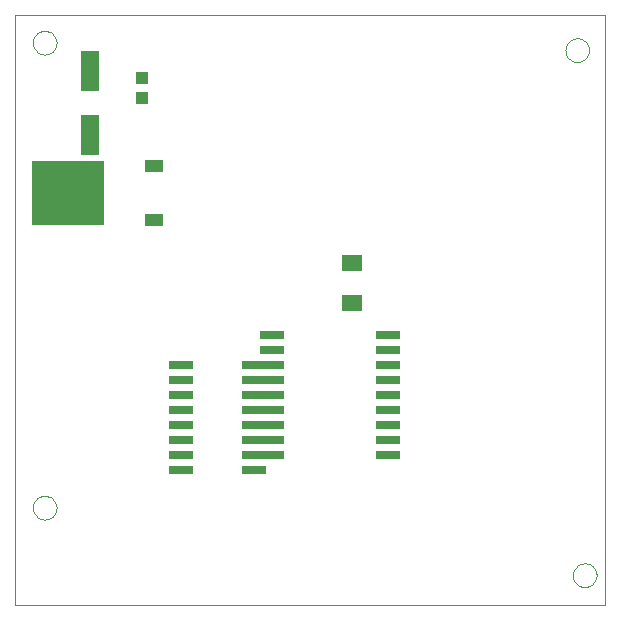
<source format=gbp>
G75*
%MOIN*%
%OFA0B0*%
%FSLAX24Y24*%
%IPPOS*%
%LPD*%
%AMOC8*
5,1,8,0,0,1.08239X$1,22.5*
%
%ADD10C,0.0000*%
%ADD11R,0.2441X0.2126*%
%ADD12R,0.0630X0.0394*%
%ADD13R,0.0630X0.1378*%
%ADD14R,0.0394X0.0433*%
%ADD15R,0.0800X0.0260*%
%ADD16R,0.0709X0.0551*%
D10*
X001100Y000333D02*
X001100Y020018D01*
X020785Y020018D01*
X020785Y000333D01*
X001100Y000333D01*
X001706Y003583D02*
X001708Y003622D01*
X001714Y003661D01*
X001724Y003699D01*
X001737Y003736D01*
X001754Y003771D01*
X001774Y003805D01*
X001798Y003836D01*
X001825Y003865D01*
X001854Y003891D01*
X001886Y003914D01*
X001920Y003934D01*
X001956Y003950D01*
X001993Y003962D01*
X002032Y003971D01*
X002071Y003976D01*
X002110Y003977D01*
X002149Y003974D01*
X002188Y003967D01*
X002225Y003956D01*
X002262Y003942D01*
X002297Y003924D01*
X002330Y003903D01*
X002361Y003878D01*
X002389Y003851D01*
X002414Y003821D01*
X002436Y003788D01*
X002455Y003754D01*
X002470Y003718D01*
X002482Y003680D01*
X002490Y003642D01*
X002494Y003603D01*
X002494Y003563D01*
X002490Y003524D01*
X002482Y003486D01*
X002470Y003448D01*
X002455Y003412D01*
X002436Y003378D01*
X002414Y003345D01*
X002389Y003315D01*
X002361Y003288D01*
X002330Y003263D01*
X002297Y003242D01*
X002262Y003224D01*
X002225Y003210D01*
X002188Y003199D01*
X002149Y003192D01*
X002110Y003189D01*
X002071Y003190D01*
X002032Y003195D01*
X001993Y003204D01*
X001956Y003216D01*
X001920Y003232D01*
X001886Y003252D01*
X001854Y003275D01*
X001825Y003301D01*
X001798Y003330D01*
X001774Y003361D01*
X001754Y003395D01*
X001737Y003430D01*
X001724Y003467D01*
X001714Y003505D01*
X001708Y003544D01*
X001706Y003583D01*
X001706Y019083D02*
X001708Y019122D01*
X001714Y019161D01*
X001724Y019199D01*
X001737Y019236D01*
X001754Y019271D01*
X001774Y019305D01*
X001798Y019336D01*
X001825Y019365D01*
X001854Y019391D01*
X001886Y019414D01*
X001920Y019434D01*
X001956Y019450D01*
X001993Y019462D01*
X002032Y019471D01*
X002071Y019476D01*
X002110Y019477D01*
X002149Y019474D01*
X002188Y019467D01*
X002225Y019456D01*
X002262Y019442D01*
X002297Y019424D01*
X002330Y019403D01*
X002361Y019378D01*
X002389Y019351D01*
X002414Y019321D01*
X002436Y019288D01*
X002455Y019254D01*
X002470Y019218D01*
X002482Y019180D01*
X002490Y019142D01*
X002494Y019103D01*
X002494Y019063D01*
X002490Y019024D01*
X002482Y018986D01*
X002470Y018948D01*
X002455Y018912D01*
X002436Y018878D01*
X002414Y018845D01*
X002389Y018815D01*
X002361Y018788D01*
X002330Y018763D01*
X002297Y018742D01*
X002262Y018724D01*
X002225Y018710D01*
X002188Y018699D01*
X002149Y018692D01*
X002110Y018689D01*
X002071Y018690D01*
X002032Y018695D01*
X001993Y018704D01*
X001956Y018716D01*
X001920Y018732D01*
X001886Y018752D01*
X001854Y018775D01*
X001825Y018801D01*
X001798Y018830D01*
X001774Y018861D01*
X001754Y018895D01*
X001737Y018930D01*
X001724Y018967D01*
X001714Y019005D01*
X001708Y019044D01*
X001706Y019083D01*
X019456Y018833D02*
X019458Y018872D01*
X019464Y018911D01*
X019474Y018949D01*
X019487Y018986D01*
X019504Y019021D01*
X019524Y019055D01*
X019548Y019086D01*
X019575Y019115D01*
X019604Y019141D01*
X019636Y019164D01*
X019670Y019184D01*
X019706Y019200D01*
X019743Y019212D01*
X019782Y019221D01*
X019821Y019226D01*
X019860Y019227D01*
X019899Y019224D01*
X019938Y019217D01*
X019975Y019206D01*
X020012Y019192D01*
X020047Y019174D01*
X020080Y019153D01*
X020111Y019128D01*
X020139Y019101D01*
X020164Y019071D01*
X020186Y019038D01*
X020205Y019004D01*
X020220Y018968D01*
X020232Y018930D01*
X020240Y018892D01*
X020244Y018853D01*
X020244Y018813D01*
X020240Y018774D01*
X020232Y018736D01*
X020220Y018698D01*
X020205Y018662D01*
X020186Y018628D01*
X020164Y018595D01*
X020139Y018565D01*
X020111Y018538D01*
X020080Y018513D01*
X020047Y018492D01*
X020012Y018474D01*
X019975Y018460D01*
X019938Y018449D01*
X019899Y018442D01*
X019860Y018439D01*
X019821Y018440D01*
X019782Y018445D01*
X019743Y018454D01*
X019706Y018466D01*
X019670Y018482D01*
X019636Y018502D01*
X019604Y018525D01*
X019575Y018551D01*
X019548Y018580D01*
X019524Y018611D01*
X019504Y018645D01*
X019487Y018680D01*
X019474Y018717D01*
X019464Y018755D01*
X019458Y018794D01*
X019456Y018833D01*
X019706Y001333D02*
X019708Y001372D01*
X019714Y001411D01*
X019724Y001449D01*
X019737Y001486D01*
X019754Y001521D01*
X019774Y001555D01*
X019798Y001586D01*
X019825Y001615D01*
X019854Y001641D01*
X019886Y001664D01*
X019920Y001684D01*
X019956Y001700D01*
X019993Y001712D01*
X020032Y001721D01*
X020071Y001726D01*
X020110Y001727D01*
X020149Y001724D01*
X020188Y001717D01*
X020225Y001706D01*
X020262Y001692D01*
X020297Y001674D01*
X020330Y001653D01*
X020361Y001628D01*
X020389Y001601D01*
X020414Y001571D01*
X020436Y001538D01*
X020455Y001504D01*
X020470Y001468D01*
X020482Y001430D01*
X020490Y001392D01*
X020494Y001353D01*
X020494Y001313D01*
X020490Y001274D01*
X020482Y001236D01*
X020470Y001198D01*
X020455Y001162D01*
X020436Y001128D01*
X020414Y001095D01*
X020389Y001065D01*
X020361Y001038D01*
X020330Y001013D01*
X020297Y000992D01*
X020262Y000974D01*
X020225Y000960D01*
X020188Y000949D01*
X020149Y000942D01*
X020110Y000939D01*
X020071Y000940D01*
X020032Y000945D01*
X019993Y000954D01*
X019956Y000966D01*
X019920Y000982D01*
X019886Y001002D01*
X019854Y001025D01*
X019825Y001051D01*
X019798Y001080D01*
X019774Y001111D01*
X019754Y001145D01*
X019737Y001180D01*
X019724Y001217D01*
X019714Y001255D01*
X019708Y001294D01*
X019706Y001333D01*
D11*
X002866Y014083D03*
D12*
X005740Y013186D03*
X005740Y014981D03*
D13*
X003600Y016020D03*
X003600Y018146D03*
D14*
X005350Y017918D03*
X005350Y017249D03*
D15*
X009670Y009333D03*
X009670Y008833D03*
X009670Y008333D03*
X009670Y007833D03*
X009670Y007333D03*
X009670Y006833D03*
X009670Y006333D03*
X009670Y005833D03*
X009670Y005333D03*
X009060Y005333D03*
X009060Y005833D03*
X009060Y006333D03*
X009060Y006833D03*
X009060Y007333D03*
X009060Y007833D03*
X009060Y008333D03*
X006640Y008333D03*
X006640Y007833D03*
X006640Y007333D03*
X006640Y006833D03*
X006640Y006333D03*
X006640Y005833D03*
X006640Y005333D03*
X006640Y004833D03*
X009060Y004833D03*
X013530Y005333D03*
X013530Y005833D03*
X013530Y006333D03*
X013530Y006833D03*
X013530Y007333D03*
X013530Y007833D03*
X013530Y008333D03*
X013530Y008833D03*
X013530Y009333D03*
D16*
X012350Y010414D03*
X012350Y011753D03*
M02*

</source>
